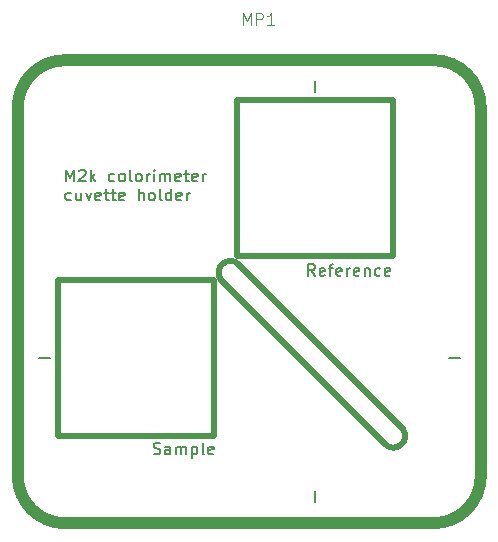
<source format=gto>
G04 #@! TF.GenerationSoftware,KiCad,Pcbnew,7.0.6*
G04 #@! TF.CreationDate,2024-05-06T23:54:56+03:00*
G04 #@! TF.ProjectId,board-holder,626f6172-642d-4686-9f6c-6465722e6b69,rev?*
G04 #@! TF.SameCoordinates,Original*
G04 #@! TF.FileFunction,Legend,Top*
G04 #@! TF.FilePolarity,Positive*
%FSLAX46Y46*%
G04 Gerber Fmt 4.6, Leading zero omitted, Abs format (unit mm)*
G04 Created by KiCad (PCBNEW 7.0.6) date 2024-05-06 23:54:56*
%MOMM*%
%LPD*%
G01*
G04 APERTURE LIST*
%ADD10C,0.500000*%
%ADD11C,1.000000*%
%ADD12C,0.150000*%
%ADD13C,0.100000*%
%ADD14C,0.200000*%
%ADD15C,4.000000*%
G04 APERTURE END LIST*
D10*
X126743889Y-127399971D02*
G75*
G03*
X128250967Y-126092892I707111J707071D01*
G01*
D11*
X99650968Y-94892868D02*
G75*
G03*
X95650968Y-98892894I32J-4000032D01*
G01*
D10*
X112250966Y-126692894D02*
X99050968Y-126692893D01*
D11*
X95651006Y-130092894D02*
G75*
G03*
X99650967Y-134092894I3999994J-6D01*
G01*
X130850967Y-134092868D02*
G75*
G03*
X134850968Y-130092892I33J3999968D01*
G01*
X95650968Y-98892894D02*
X95650966Y-130092894D01*
D10*
X114358103Y-112185759D02*
G75*
G03*
X112850968Y-113492894I-707103J-707141D01*
G01*
X99050966Y-113492894D02*
X112250966Y-113492894D01*
X112250966Y-113492894D02*
X112250966Y-126692894D01*
D11*
X130850966Y-94892895D02*
X99650968Y-94892895D01*
D10*
X128250967Y-126092892D02*
X114250968Y-112092894D01*
X126850967Y-127492892D02*
X112850968Y-113492894D01*
X114250967Y-98292893D02*
X127450967Y-98292893D01*
X127450967Y-111492893D02*
X114250967Y-111492893D01*
X114250967Y-111492893D02*
X114250967Y-98292893D01*
D11*
X134851005Y-98892893D02*
G75*
G03*
X130850966Y-94892895I-4000005J-7D01*
G01*
X134850968Y-130092892D02*
X134850969Y-98892893D01*
X99650967Y-134092894D02*
X130850967Y-134092893D01*
D10*
X99050968Y-126692893D02*
X99050966Y-113492894D01*
X127450967Y-98292893D02*
X127450967Y-111492893D01*
D12*
X99736779Y-105159819D02*
X99736779Y-104159819D01*
X99736779Y-104159819D02*
X100070112Y-104874104D01*
X100070112Y-104874104D02*
X100403445Y-104159819D01*
X100403445Y-104159819D02*
X100403445Y-105159819D01*
X100832017Y-104255057D02*
X100879636Y-104207438D01*
X100879636Y-104207438D02*
X100974874Y-104159819D01*
X100974874Y-104159819D02*
X101212969Y-104159819D01*
X101212969Y-104159819D02*
X101308207Y-104207438D01*
X101308207Y-104207438D02*
X101355826Y-104255057D01*
X101355826Y-104255057D02*
X101403445Y-104350295D01*
X101403445Y-104350295D02*
X101403445Y-104445533D01*
X101403445Y-104445533D02*
X101355826Y-104588390D01*
X101355826Y-104588390D02*
X100784398Y-105159819D01*
X100784398Y-105159819D02*
X101403445Y-105159819D01*
X101832017Y-105159819D02*
X101832017Y-104159819D01*
X101927255Y-104778866D02*
X102212969Y-105159819D01*
X102212969Y-104493152D02*
X101832017Y-104874104D01*
X103832017Y-105112200D02*
X103736779Y-105159819D01*
X103736779Y-105159819D02*
X103546303Y-105159819D01*
X103546303Y-105159819D02*
X103451065Y-105112200D01*
X103451065Y-105112200D02*
X103403446Y-105064580D01*
X103403446Y-105064580D02*
X103355827Y-104969342D01*
X103355827Y-104969342D02*
X103355827Y-104683628D01*
X103355827Y-104683628D02*
X103403446Y-104588390D01*
X103403446Y-104588390D02*
X103451065Y-104540771D01*
X103451065Y-104540771D02*
X103546303Y-104493152D01*
X103546303Y-104493152D02*
X103736779Y-104493152D01*
X103736779Y-104493152D02*
X103832017Y-104540771D01*
X104403446Y-105159819D02*
X104308208Y-105112200D01*
X104308208Y-105112200D02*
X104260589Y-105064580D01*
X104260589Y-105064580D02*
X104212970Y-104969342D01*
X104212970Y-104969342D02*
X104212970Y-104683628D01*
X104212970Y-104683628D02*
X104260589Y-104588390D01*
X104260589Y-104588390D02*
X104308208Y-104540771D01*
X104308208Y-104540771D02*
X104403446Y-104493152D01*
X104403446Y-104493152D02*
X104546303Y-104493152D01*
X104546303Y-104493152D02*
X104641541Y-104540771D01*
X104641541Y-104540771D02*
X104689160Y-104588390D01*
X104689160Y-104588390D02*
X104736779Y-104683628D01*
X104736779Y-104683628D02*
X104736779Y-104969342D01*
X104736779Y-104969342D02*
X104689160Y-105064580D01*
X104689160Y-105064580D02*
X104641541Y-105112200D01*
X104641541Y-105112200D02*
X104546303Y-105159819D01*
X104546303Y-105159819D02*
X104403446Y-105159819D01*
X105308208Y-105159819D02*
X105212970Y-105112200D01*
X105212970Y-105112200D02*
X105165351Y-105016961D01*
X105165351Y-105016961D02*
X105165351Y-104159819D01*
X105832018Y-105159819D02*
X105736780Y-105112200D01*
X105736780Y-105112200D02*
X105689161Y-105064580D01*
X105689161Y-105064580D02*
X105641542Y-104969342D01*
X105641542Y-104969342D02*
X105641542Y-104683628D01*
X105641542Y-104683628D02*
X105689161Y-104588390D01*
X105689161Y-104588390D02*
X105736780Y-104540771D01*
X105736780Y-104540771D02*
X105832018Y-104493152D01*
X105832018Y-104493152D02*
X105974875Y-104493152D01*
X105974875Y-104493152D02*
X106070113Y-104540771D01*
X106070113Y-104540771D02*
X106117732Y-104588390D01*
X106117732Y-104588390D02*
X106165351Y-104683628D01*
X106165351Y-104683628D02*
X106165351Y-104969342D01*
X106165351Y-104969342D02*
X106117732Y-105064580D01*
X106117732Y-105064580D02*
X106070113Y-105112200D01*
X106070113Y-105112200D02*
X105974875Y-105159819D01*
X105974875Y-105159819D02*
X105832018Y-105159819D01*
X106593923Y-105159819D02*
X106593923Y-104493152D01*
X106593923Y-104683628D02*
X106641542Y-104588390D01*
X106641542Y-104588390D02*
X106689161Y-104540771D01*
X106689161Y-104540771D02*
X106784399Y-104493152D01*
X106784399Y-104493152D02*
X106879637Y-104493152D01*
X107212971Y-105159819D02*
X107212971Y-104493152D01*
X107212971Y-104159819D02*
X107165352Y-104207438D01*
X107165352Y-104207438D02*
X107212971Y-104255057D01*
X107212971Y-104255057D02*
X107260590Y-104207438D01*
X107260590Y-104207438D02*
X107212971Y-104159819D01*
X107212971Y-104159819D02*
X107212971Y-104255057D01*
X107689161Y-105159819D02*
X107689161Y-104493152D01*
X107689161Y-104588390D02*
X107736780Y-104540771D01*
X107736780Y-104540771D02*
X107832018Y-104493152D01*
X107832018Y-104493152D02*
X107974875Y-104493152D01*
X107974875Y-104493152D02*
X108070113Y-104540771D01*
X108070113Y-104540771D02*
X108117732Y-104636009D01*
X108117732Y-104636009D02*
X108117732Y-105159819D01*
X108117732Y-104636009D02*
X108165351Y-104540771D01*
X108165351Y-104540771D02*
X108260589Y-104493152D01*
X108260589Y-104493152D02*
X108403446Y-104493152D01*
X108403446Y-104493152D02*
X108498685Y-104540771D01*
X108498685Y-104540771D02*
X108546304Y-104636009D01*
X108546304Y-104636009D02*
X108546304Y-105159819D01*
X109403446Y-105112200D02*
X109308208Y-105159819D01*
X109308208Y-105159819D02*
X109117732Y-105159819D01*
X109117732Y-105159819D02*
X109022494Y-105112200D01*
X109022494Y-105112200D02*
X108974875Y-105016961D01*
X108974875Y-105016961D02*
X108974875Y-104636009D01*
X108974875Y-104636009D02*
X109022494Y-104540771D01*
X109022494Y-104540771D02*
X109117732Y-104493152D01*
X109117732Y-104493152D02*
X109308208Y-104493152D01*
X109308208Y-104493152D02*
X109403446Y-104540771D01*
X109403446Y-104540771D02*
X109451065Y-104636009D01*
X109451065Y-104636009D02*
X109451065Y-104731247D01*
X109451065Y-104731247D02*
X108974875Y-104826485D01*
X109736780Y-104493152D02*
X110117732Y-104493152D01*
X109879637Y-104159819D02*
X109879637Y-105016961D01*
X109879637Y-105016961D02*
X109927256Y-105112200D01*
X109927256Y-105112200D02*
X110022494Y-105159819D01*
X110022494Y-105159819D02*
X110117732Y-105159819D01*
X110832018Y-105112200D02*
X110736780Y-105159819D01*
X110736780Y-105159819D02*
X110546304Y-105159819D01*
X110546304Y-105159819D02*
X110451066Y-105112200D01*
X110451066Y-105112200D02*
X110403447Y-105016961D01*
X110403447Y-105016961D02*
X110403447Y-104636009D01*
X110403447Y-104636009D02*
X110451066Y-104540771D01*
X110451066Y-104540771D02*
X110546304Y-104493152D01*
X110546304Y-104493152D02*
X110736780Y-104493152D01*
X110736780Y-104493152D02*
X110832018Y-104540771D01*
X110832018Y-104540771D02*
X110879637Y-104636009D01*
X110879637Y-104636009D02*
X110879637Y-104731247D01*
X110879637Y-104731247D02*
X110403447Y-104826485D01*
X111308209Y-105159819D02*
X111308209Y-104493152D01*
X111308209Y-104683628D02*
X111355828Y-104588390D01*
X111355828Y-104588390D02*
X111403447Y-104540771D01*
X111403447Y-104540771D02*
X111498685Y-104493152D01*
X111498685Y-104493152D02*
X111593923Y-104493152D01*
X100165350Y-106722200D02*
X100070112Y-106769819D01*
X100070112Y-106769819D02*
X99879636Y-106769819D01*
X99879636Y-106769819D02*
X99784398Y-106722200D01*
X99784398Y-106722200D02*
X99736779Y-106674580D01*
X99736779Y-106674580D02*
X99689160Y-106579342D01*
X99689160Y-106579342D02*
X99689160Y-106293628D01*
X99689160Y-106293628D02*
X99736779Y-106198390D01*
X99736779Y-106198390D02*
X99784398Y-106150771D01*
X99784398Y-106150771D02*
X99879636Y-106103152D01*
X99879636Y-106103152D02*
X100070112Y-106103152D01*
X100070112Y-106103152D02*
X100165350Y-106150771D01*
X101022493Y-106103152D02*
X101022493Y-106769819D01*
X100593922Y-106103152D02*
X100593922Y-106626961D01*
X100593922Y-106626961D02*
X100641541Y-106722200D01*
X100641541Y-106722200D02*
X100736779Y-106769819D01*
X100736779Y-106769819D02*
X100879636Y-106769819D01*
X100879636Y-106769819D02*
X100974874Y-106722200D01*
X100974874Y-106722200D02*
X101022493Y-106674580D01*
X101403446Y-106103152D02*
X101641541Y-106769819D01*
X101641541Y-106769819D02*
X101879636Y-106103152D01*
X102641541Y-106722200D02*
X102546303Y-106769819D01*
X102546303Y-106769819D02*
X102355827Y-106769819D01*
X102355827Y-106769819D02*
X102260589Y-106722200D01*
X102260589Y-106722200D02*
X102212970Y-106626961D01*
X102212970Y-106626961D02*
X102212970Y-106246009D01*
X102212970Y-106246009D02*
X102260589Y-106150771D01*
X102260589Y-106150771D02*
X102355827Y-106103152D01*
X102355827Y-106103152D02*
X102546303Y-106103152D01*
X102546303Y-106103152D02*
X102641541Y-106150771D01*
X102641541Y-106150771D02*
X102689160Y-106246009D01*
X102689160Y-106246009D02*
X102689160Y-106341247D01*
X102689160Y-106341247D02*
X102212970Y-106436485D01*
X102974875Y-106103152D02*
X103355827Y-106103152D01*
X103117732Y-105769819D02*
X103117732Y-106626961D01*
X103117732Y-106626961D02*
X103165351Y-106722200D01*
X103165351Y-106722200D02*
X103260589Y-106769819D01*
X103260589Y-106769819D02*
X103355827Y-106769819D01*
X103546304Y-106103152D02*
X103927256Y-106103152D01*
X103689161Y-105769819D02*
X103689161Y-106626961D01*
X103689161Y-106626961D02*
X103736780Y-106722200D01*
X103736780Y-106722200D02*
X103832018Y-106769819D01*
X103832018Y-106769819D02*
X103927256Y-106769819D01*
X104641542Y-106722200D02*
X104546304Y-106769819D01*
X104546304Y-106769819D02*
X104355828Y-106769819D01*
X104355828Y-106769819D02*
X104260590Y-106722200D01*
X104260590Y-106722200D02*
X104212971Y-106626961D01*
X104212971Y-106626961D02*
X104212971Y-106246009D01*
X104212971Y-106246009D02*
X104260590Y-106150771D01*
X104260590Y-106150771D02*
X104355828Y-106103152D01*
X104355828Y-106103152D02*
X104546304Y-106103152D01*
X104546304Y-106103152D02*
X104641542Y-106150771D01*
X104641542Y-106150771D02*
X104689161Y-106246009D01*
X104689161Y-106246009D02*
X104689161Y-106341247D01*
X104689161Y-106341247D02*
X104212971Y-106436485D01*
X105879638Y-106769819D02*
X105879638Y-105769819D01*
X106308209Y-106769819D02*
X106308209Y-106246009D01*
X106308209Y-106246009D02*
X106260590Y-106150771D01*
X106260590Y-106150771D02*
X106165352Y-106103152D01*
X106165352Y-106103152D02*
X106022495Y-106103152D01*
X106022495Y-106103152D02*
X105927257Y-106150771D01*
X105927257Y-106150771D02*
X105879638Y-106198390D01*
X106927257Y-106769819D02*
X106832019Y-106722200D01*
X106832019Y-106722200D02*
X106784400Y-106674580D01*
X106784400Y-106674580D02*
X106736781Y-106579342D01*
X106736781Y-106579342D02*
X106736781Y-106293628D01*
X106736781Y-106293628D02*
X106784400Y-106198390D01*
X106784400Y-106198390D02*
X106832019Y-106150771D01*
X106832019Y-106150771D02*
X106927257Y-106103152D01*
X106927257Y-106103152D02*
X107070114Y-106103152D01*
X107070114Y-106103152D02*
X107165352Y-106150771D01*
X107165352Y-106150771D02*
X107212971Y-106198390D01*
X107212971Y-106198390D02*
X107260590Y-106293628D01*
X107260590Y-106293628D02*
X107260590Y-106579342D01*
X107260590Y-106579342D02*
X107212971Y-106674580D01*
X107212971Y-106674580D02*
X107165352Y-106722200D01*
X107165352Y-106722200D02*
X107070114Y-106769819D01*
X107070114Y-106769819D02*
X106927257Y-106769819D01*
X107832019Y-106769819D02*
X107736781Y-106722200D01*
X107736781Y-106722200D02*
X107689162Y-106626961D01*
X107689162Y-106626961D02*
X107689162Y-105769819D01*
X108641543Y-106769819D02*
X108641543Y-105769819D01*
X108641543Y-106722200D02*
X108546305Y-106769819D01*
X108546305Y-106769819D02*
X108355829Y-106769819D01*
X108355829Y-106769819D02*
X108260591Y-106722200D01*
X108260591Y-106722200D02*
X108212972Y-106674580D01*
X108212972Y-106674580D02*
X108165353Y-106579342D01*
X108165353Y-106579342D02*
X108165353Y-106293628D01*
X108165353Y-106293628D02*
X108212972Y-106198390D01*
X108212972Y-106198390D02*
X108260591Y-106150771D01*
X108260591Y-106150771D02*
X108355829Y-106103152D01*
X108355829Y-106103152D02*
X108546305Y-106103152D01*
X108546305Y-106103152D02*
X108641543Y-106150771D01*
X109498686Y-106722200D02*
X109403448Y-106769819D01*
X109403448Y-106769819D02*
X109212972Y-106769819D01*
X109212972Y-106769819D02*
X109117734Y-106722200D01*
X109117734Y-106722200D02*
X109070115Y-106626961D01*
X109070115Y-106626961D02*
X109070115Y-106246009D01*
X109070115Y-106246009D02*
X109117734Y-106150771D01*
X109117734Y-106150771D02*
X109212972Y-106103152D01*
X109212972Y-106103152D02*
X109403448Y-106103152D01*
X109403448Y-106103152D02*
X109498686Y-106150771D01*
X109498686Y-106150771D02*
X109546305Y-106246009D01*
X109546305Y-106246009D02*
X109546305Y-106341247D01*
X109546305Y-106341247D02*
X109070115Y-106436485D01*
X109974877Y-106769819D02*
X109974877Y-106103152D01*
X109974877Y-106293628D02*
X110022496Y-106198390D01*
X110022496Y-106198390D02*
X110070115Y-106150771D01*
X110070115Y-106150771D02*
X110165353Y-106103152D01*
X110165353Y-106103152D02*
X110260591Y-106103152D01*
X120819046Y-113169819D02*
X120485713Y-112693628D01*
X120247618Y-113169819D02*
X120247618Y-112169819D01*
X120247618Y-112169819D02*
X120628570Y-112169819D01*
X120628570Y-112169819D02*
X120723808Y-112217438D01*
X120723808Y-112217438D02*
X120771427Y-112265057D01*
X120771427Y-112265057D02*
X120819046Y-112360295D01*
X120819046Y-112360295D02*
X120819046Y-112503152D01*
X120819046Y-112503152D02*
X120771427Y-112598390D01*
X120771427Y-112598390D02*
X120723808Y-112646009D01*
X120723808Y-112646009D02*
X120628570Y-112693628D01*
X120628570Y-112693628D02*
X120247618Y-112693628D01*
X121628570Y-113122200D02*
X121533332Y-113169819D01*
X121533332Y-113169819D02*
X121342856Y-113169819D01*
X121342856Y-113169819D02*
X121247618Y-113122200D01*
X121247618Y-113122200D02*
X121199999Y-113026961D01*
X121199999Y-113026961D02*
X121199999Y-112646009D01*
X121199999Y-112646009D02*
X121247618Y-112550771D01*
X121247618Y-112550771D02*
X121342856Y-112503152D01*
X121342856Y-112503152D02*
X121533332Y-112503152D01*
X121533332Y-112503152D02*
X121628570Y-112550771D01*
X121628570Y-112550771D02*
X121676189Y-112646009D01*
X121676189Y-112646009D02*
X121676189Y-112741247D01*
X121676189Y-112741247D02*
X121199999Y-112836485D01*
X121961904Y-112503152D02*
X122342856Y-112503152D01*
X122104761Y-113169819D02*
X122104761Y-112312676D01*
X122104761Y-112312676D02*
X122152380Y-112217438D01*
X122152380Y-112217438D02*
X122247618Y-112169819D01*
X122247618Y-112169819D02*
X122342856Y-112169819D01*
X123057142Y-113122200D02*
X122961904Y-113169819D01*
X122961904Y-113169819D02*
X122771428Y-113169819D01*
X122771428Y-113169819D02*
X122676190Y-113122200D01*
X122676190Y-113122200D02*
X122628571Y-113026961D01*
X122628571Y-113026961D02*
X122628571Y-112646009D01*
X122628571Y-112646009D02*
X122676190Y-112550771D01*
X122676190Y-112550771D02*
X122771428Y-112503152D01*
X122771428Y-112503152D02*
X122961904Y-112503152D01*
X122961904Y-112503152D02*
X123057142Y-112550771D01*
X123057142Y-112550771D02*
X123104761Y-112646009D01*
X123104761Y-112646009D02*
X123104761Y-112741247D01*
X123104761Y-112741247D02*
X122628571Y-112836485D01*
X123533333Y-113169819D02*
X123533333Y-112503152D01*
X123533333Y-112693628D02*
X123580952Y-112598390D01*
X123580952Y-112598390D02*
X123628571Y-112550771D01*
X123628571Y-112550771D02*
X123723809Y-112503152D01*
X123723809Y-112503152D02*
X123819047Y-112503152D01*
X124533333Y-113122200D02*
X124438095Y-113169819D01*
X124438095Y-113169819D02*
X124247619Y-113169819D01*
X124247619Y-113169819D02*
X124152381Y-113122200D01*
X124152381Y-113122200D02*
X124104762Y-113026961D01*
X124104762Y-113026961D02*
X124104762Y-112646009D01*
X124104762Y-112646009D02*
X124152381Y-112550771D01*
X124152381Y-112550771D02*
X124247619Y-112503152D01*
X124247619Y-112503152D02*
X124438095Y-112503152D01*
X124438095Y-112503152D02*
X124533333Y-112550771D01*
X124533333Y-112550771D02*
X124580952Y-112646009D01*
X124580952Y-112646009D02*
X124580952Y-112741247D01*
X124580952Y-112741247D02*
X124104762Y-112836485D01*
X125009524Y-112503152D02*
X125009524Y-113169819D01*
X125009524Y-112598390D02*
X125057143Y-112550771D01*
X125057143Y-112550771D02*
X125152381Y-112503152D01*
X125152381Y-112503152D02*
X125295238Y-112503152D01*
X125295238Y-112503152D02*
X125390476Y-112550771D01*
X125390476Y-112550771D02*
X125438095Y-112646009D01*
X125438095Y-112646009D02*
X125438095Y-113169819D01*
X126342857Y-113122200D02*
X126247619Y-113169819D01*
X126247619Y-113169819D02*
X126057143Y-113169819D01*
X126057143Y-113169819D02*
X125961905Y-113122200D01*
X125961905Y-113122200D02*
X125914286Y-113074580D01*
X125914286Y-113074580D02*
X125866667Y-112979342D01*
X125866667Y-112979342D02*
X125866667Y-112693628D01*
X125866667Y-112693628D02*
X125914286Y-112598390D01*
X125914286Y-112598390D02*
X125961905Y-112550771D01*
X125961905Y-112550771D02*
X126057143Y-112503152D01*
X126057143Y-112503152D02*
X126247619Y-112503152D01*
X126247619Y-112503152D02*
X126342857Y-112550771D01*
X127152381Y-113122200D02*
X127057143Y-113169819D01*
X127057143Y-113169819D02*
X126866667Y-113169819D01*
X126866667Y-113169819D02*
X126771429Y-113122200D01*
X126771429Y-113122200D02*
X126723810Y-113026961D01*
X126723810Y-113026961D02*
X126723810Y-112646009D01*
X126723810Y-112646009D02*
X126771429Y-112550771D01*
X126771429Y-112550771D02*
X126866667Y-112503152D01*
X126866667Y-112503152D02*
X127057143Y-112503152D01*
X127057143Y-112503152D02*
X127152381Y-112550771D01*
X127152381Y-112550771D02*
X127200000Y-112646009D01*
X127200000Y-112646009D02*
X127200000Y-112741247D01*
X127200000Y-112741247D02*
X126723810Y-112836485D01*
X107152381Y-128222200D02*
X107295238Y-128269819D01*
X107295238Y-128269819D02*
X107533333Y-128269819D01*
X107533333Y-128269819D02*
X107628571Y-128222200D01*
X107628571Y-128222200D02*
X107676190Y-128174580D01*
X107676190Y-128174580D02*
X107723809Y-128079342D01*
X107723809Y-128079342D02*
X107723809Y-127984104D01*
X107723809Y-127984104D02*
X107676190Y-127888866D01*
X107676190Y-127888866D02*
X107628571Y-127841247D01*
X107628571Y-127841247D02*
X107533333Y-127793628D01*
X107533333Y-127793628D02*
X107342857Y-127746009D01*
X107342857Y-127746009D02*
X107247619Y-127698390D01*
X107247619Y-127698390D02*
X107200000Y-127650771D01*
X107200000Y-127650771D02*
X107152381Y-127555533D01*
X107152381Y-127555533D02*
X107152381Y-127460295D01*
X107152381Y-127460295D02*
X107200000Y-127365057D01*
X107200000Y-127365057D02*
X107247619Y-127317438D01*
X107247619Y-127317438D02*
X107342857Y-127269819D01*
X107342857Y-127269819D02*
X107580952Y-127269819D01*
X107580952Y-127269819D02*
X107723809Y-127317438D01*
X108580952Y-128269819D02*
X108580952Y-127746009D01*
X108580952Y-127746009D02*
X108533333Y-127650771D01*
X108533333Y-127650771D02*
X108438095Y-127603152D01*
X108438095Y-127603152D02*
X108247619Y-127603152D01*
X108247619Y-127603152D02*
X108152381Y-127650771D01*
X108580952Y-128222200D02*
X108485714Y-128269819D01*
X108485714Y-128269819D02*
X108247619Y-128269819D01*
X108247619Y-128269819D02*
X108152381Y-128222200D01*
X108152381Y-128222200D02*
X108104762Y-128126961D01*
X108104762Y-128126961D02*
X108104762Y-128031723D01*
X108104762Y-128031723D02*
X108152381Y-127936485D01*
X108152381Y-127936485D02*
X108247619Y-127888866D01*
X108247619Y-127888866D02*
X108485714Y-127888866D01*
X108485714Y-127888866D02*
X108580952Y-127841247D01*
X109057143Y-128269819D02*
X109057143Y-127603152D01*
X109057143Y-127698390D02*
X109104762Y-127650771D01*
X109104762Y-127650771D02*
X109200000Y-127603152D01*
X109200000Y-127603152D02*
X109342857Y-127603152D01*
X109342857Y-127603152D02*
X109438095Y-127650771D01*
X109438095Y-127650771D02*
X109485714Y-127746009D01*
X109485714Y-127746009D02*
X109485714Y-128269819D01*
X109485714Y-127746009D02*
X109533333Y-127650771D01*
X109533333Y-127650771D02*
X109628571Y-127603152D01*
X109628571Y-127603152D02*
X109771428Y-127603152D01*
X109771428Y-127603152D02*
X109866667Y-127650771D01*
X109866667Y-127650771D02*
X109914286Y-127746009D01*
X109914286Y-127746009D02*
X109914286Y-128269819D01*
X110390476Y-127603152D02*
X110390476Y-128603152D01*
X110390476Y-127650771D02*
X110485714Y-127603152D01*
X110485714Y-127603152D02*
X110676190Y-127603152D01*
X110676190Y-127603152D02*
X110771428Y-127650771D01*
X110771428Y-127650771D02*
X110819047Y-127698390D01*
X110819047Y-127698390D02*
X110866666Y-127793628D01*
X110866666Y-127793628D02*
X110866666Y-128079342D01*
X110866666Y-128079342D02*
X110819047Y-128174580D01*
X110819047Y-128174580D02*
X110771428Y-128222200D01*
X110771428Y-128222200D02*
X110676190Y-128269819D01*
X110676190Y-128269819D02*
X110485714Y-128269819D01*
X110485714Y-128269819D02*
X110390476Y-128222200D01*
X111438095Y-128269819D02*
X111342857Y-128222200D01*
X111342857Y-128222200D02*
X111295238Y-128126961D01*
X111295238Y-128126961D02*
X111295238Y-127269819D01*
X112200000Y-128222200D02*
X112104762Y-128269819D01*
X112104762Y-128269819D02*
X111914286Y-128269819D01*
X111914286Y-128269819D02*
X111819048Y-128222200D01*
X111819048Y-128222200D02*
X111771429Y-128126961D01*
X111771429Y-128126961D02*
X111771429Y-127746009D01*
X111771429Y-127746009D02*
X111819048Y-127650771D01*
X111819048Y-127650771D02*
X111914286Y-127603152D01*
X111914286Y-127603152D02*
X112104762Y-127603152D01*
X112104762Y-127603152D02*
X112200000Y-127650771D01*
X112200000Y-127650771D02*
X112247619Y-127746009D01*
X112247619Y-127746009D02*
X112247619Y-127841247D01*
X112247619Y-127841247D02*
X111771429Y-127936485D01*
D13*
X114690476Y-91897420D02*
X114690476Y-90897420D01*
X114690476Y-90897420D02*
X115023809Y-91611705D01*
X115023809Y-91611705D02*
X115357142Y-90897420D01*
X115357142Y-90897420D02*
X115357142Y-91897420D01*
X115833333Y-91897420D02*
X115833333Y-90897420D01*
X115833333Y-90897420D02*
X116214285Y-90897420D01*
X116214285Y-90897420D02*
X116309523Y-90945039D01*
X116309523Y-90945039D02*
X116357142Y-90992658D01*
X116357142Y-90992658D02*
X116404761Y-91087896D01*
X116404761Y-91087896D02*
X116404761Y-91230753D01*
X116404761Y-91230753D02*
X116357142Y-91325991D01*
X116357142Y-91325991D02*
X116309523Y-91373610D01*
X116309523Y-91373610D02*
X116214285Y-91421229D01*
X116214285Y-91421229D02*
X115833333Y-91421229D01*
X117357142Y-91897420D02*
X116785714Y-91897420D01*
X117071428Y-91897420D02*
X117071428Y-90897420D01*
X117071428Y-90897420D02*
X116976190Y-91040277D01*
X116976190Y-91040277D02*
X116880952Y-91135515D01*
X116880952Y-91135515D02*
X116785714Y-91183134D01*
D14*
X132150965Y-120092893D02*
X133050965Y-120092893D01*
X120850965Y-132292893D02*
X120850965Y-131392893D01*
X120850965Y-96692893D02*
X120850965Y-97592893D01*
X98350965Y-120092893D02*
X97450965Y-120092893D01*
%LPC*%
D15*
X99650965Y-130092893D03*
X99650965Y-98892893D03*
X130850965Y-98892893D03*
X130850965Y-130092893D03*
%LPD*%
M02*

</source>
